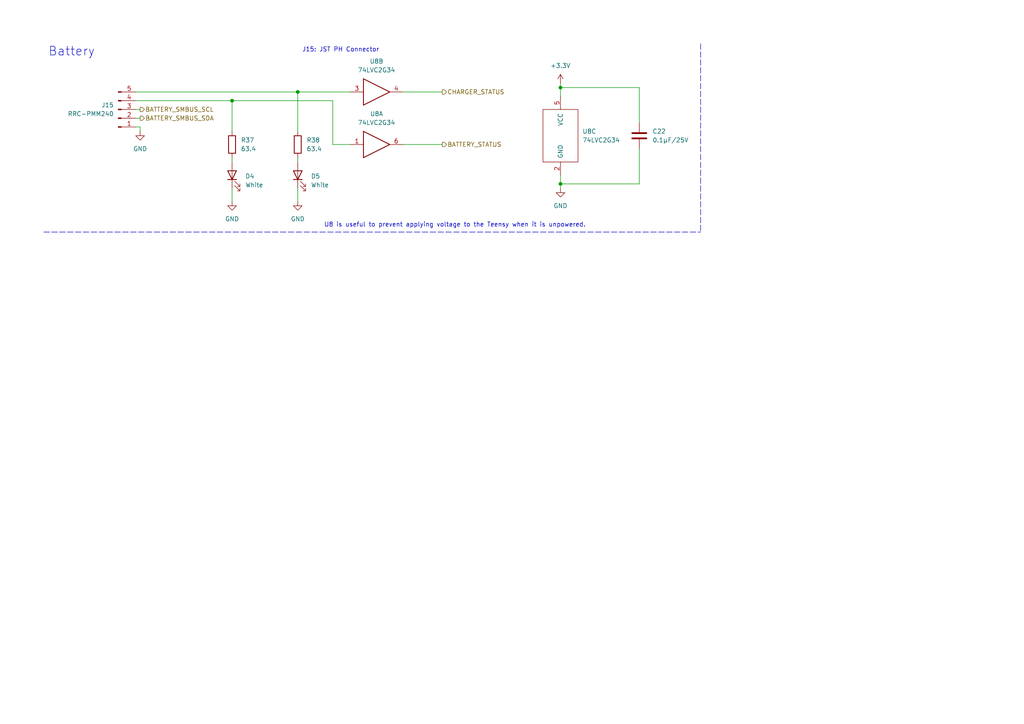
<source format=kicad_sch>
(kicad_sch (version 20211123) (generator eeschema)
  (paper "A4")
  (lib_symbols
    (symbol "Connector:Conn_01x05_Male" (pin_names (offset 1.016) hide)
      (property "Reference" "J" (at 0 7.62 0))
      (property "Value" "Conn_01x05_Male" (at 0 -7.62 0))
      (symbol "Conn_01x05_Male_1_1"
        (polyline (pts (xy 1.27 -5.08) (xy 0.8636 -5.08)) (stroke (width 0.1524)))
        (polyline (pts (xy 1.27 -2.54) (xy 0.8636 -2.54)) (stroke (width 0.1524)))
        (polyline (pts (xy 1.27 0) (xy 0.8636 0)) (stroke (width 0.1524)))
        (polyline (pts (xy 1.27 2.54) (xy 0.8636 2.54)) (stroke (width 0.1524)))
        (polyline (pts (xy 1.27 5.08) (xy 0.8636 5.08)) (stroke (width 0.1524)))
        (rectangle (start 0.8636 -4.953) (end 0 -5.207) (stroke (width 0.1524)) (fill (type outline)))
        (rectangle (start 0.8636 -2.413) (end 0 -2.667) (stroke (width 0.1524)) (fill (type outline)))
        (rectangle (start 0.8636 0.127) (end 0 -0.127) (stroke (width 0.1524)) (fill (type outline)))
        (rectangle (start 0.8636 2.667) (end 0 2.413) (stroke (width 0.1524)) (fill (type outline)))
        (rectangle (start 0.8636 5.207) (end 0 4.953) (stroke (width 0.1524)) (fill (type outline)))
        (pin passive line (at 5.08 5.08 180) (length 3.81) (name "Pin_1") (number "1"))
        (pin passive line (at 5.08 2.54 180) (length 3.81) (name "Pin_2") (number "2"))
        (pin passive line (at 5.08 0 180) (length 3.81) (name "Pin_3") (number "3"))
        (pin passive line (at 5.08 -2.54 180) (length 3.81) (name "Pin_4") (number "4"))
        (pin passive line (at 5.08 -5.08 180) (length 3.81) (name "Pin_5") (number "5"))
      )
    )
    (symbol "Device:C" (pin_numbers hide) (pin_names (offset 0.254))
      (property "Reference" "C" (at 0.635 2.54 0))
      (property "Value" "C" (at 0.635 -2.54 0))
      (symbol "C_0_1"
        (polyline (pts (xy -2.032 -0.762) (xy 2.032 -0.762)) (stroke (width 0.508)))
        (polyline (pts (xy -2.032 0.762) (xy 2.032 0.762)) (stroke (width 0.508)))
      )
      (symbol "C_1_1"
        (pin passive line (at 0 3.81 270) (length 2.794) (name "~") (number "1"))
        (pin passive line (at 0 -3.81 90) (length 2.794) (name "~") (number "2"))
      )
    )
    (symbol "Device:LED" (pin_numbers hide) (pin_names (offset 1.016) hide)
      (property "Reference" "D" (at 0 2.54 0))
      (property "Value" "LED" (at 0 -2.54 0))
      (symbol "LED_0_1"
        (polyline (pts (xy -1.27 -1.27) (xy -1.27 1.27)) (stroke (width 0.254)))
        (polyline (pts (xy -1.27 0) (xy 1.27 0)))
        (polyline (pts (xy 1.27 -1.27) (xy 1.27 1.27) (xy -1.27 0) (xy 1.27 -1.27)) (stroke (width 0.254)))
        (polyline (pts (xy -3.048 -0.762) (xy -4.572 -2.286) (xy -3.81 -2.286) (xy -4.572 -2.286) (xy -4.572 -1.524)))
        (polyline (pts (xy -1.778 -0.762) (xy -3.302 -2.286) (xy -2.54 -2.286) (xy -3.302 -2.286) (xy -3.302 -1.524)))
      )
      (symbol "LED_1_1"
        (pin passive line (at -3.81 0 0) (length 2.54) (name "K") (number "1"))
        (pin passive line (at 3.81 0 180) (length 2.54) (name "A") (number "2"))
      )
    )
    (symbol "Device:R" (pin_numbers hide) (pin_names (offset 0))
      (property "Reference" "R" (at 2.032 0 90))
      (property "Value" "R" (at 0 0 90))
      (symbol "R_0_1"
        (rectangle (start -1.016 -2.54) (end 1.016 2.54) (stroke (width 0.254)))
      )
      (symbol "R_1_1"
        (pin passive line (at 0 3.81 270) (length 1.27) (name "~") (number "1"))
        (pin passive line (at 0 -3.81 90) (length 1.27) (name "~") (number "2"))
      )
    )
    (symbol "power:+3.3V" (power) (pin_names (offset 0))
      (property "Value" "+3.3V" (at 0 3.556 0))
      (symbol "+3.3V_0_1"
        (polyline (pts (xy -0.762 1.27) (xy 0 2.54)))
        (polyline (pts (xy 0 0) (xy 0 2.54)))
        (polyline (pts (xy 0 2.54) (xy 0.762 1.27)))
      )
      (symbol "+3.3V_1_1"
        (pin power_in line (at 0 0 90) (length 0) hide (name "+3.3V") (number "1"))
      )
    )
    (symbol "power:GND" (power) (pin_names (offset 0))
      (property "Value" "GND" (at 0 -3.81 0))
      (symbol "GND_0_1"
        (polyline (pts (xy 0 0) (xy 0 -1.27) (xy 1.27 -1.27) (xy 0 -2.54) (xy -1.27 -1.27) (xy 0 -1.27)))
      )
      (symbol "GND_1_1"
        (pin power_in line (at 0 0 270) (length 0) hide (name "GND") (number "1"))
      )
    )
    (symbol "t-top:74LVC2G34" (pin_names (offset 1.016))
      (property "Reference" "U" (at 0 -3.81 0))
      (property "Value" "74LVC2G34" (at 0 -6.35 0))
      (symbol "74LVC2G34_1_0"
        (polyline (pts (xy -3.81 3.81) (xy -3.81 -3.81) (xy 3.81 0) (xy -3.81 3.81)) (stroke (width 0.254)))
        (pin input line (at -7.62 0 0) (length 3.81) (name "~") (number "1"))
        (pin output line (at 7.62 0 180) (length 3.81) (name "~") (number "6"))
      )
      (symbol "74LVC2G34_2_0"
        (polyline (pts (xy -3.81 3.81) (xy -3.81 -3.81) (xy 3.81 0) (xy -3.81 3.81)) (stroke (width 0.254)))
        (pin input line (at -7.62 0 0) (length 3.81) (name "~") (number "3"))
        (pin output line (at 7.62 0 180) (length 3.81) (name "~") (number "4"))
      )
      (symbol "74LVC2G34_3_0"
        (pin power_in line (at 0 -16.51 90) (length 3.81) (name "GND") (number "2"))
        (pin power_in line (at 0 6.35 270) (length 3.81) (name "VCC") (number "5"))
      )
      (symbol "74LVC2G34_3_1"
        (rectangle (start -5.08 2.54) (end 5.08 -12.7))
      )
    )
  )
  (junction (at 67.31 29.21))
  (junction (at 162.56 25.4))
  (junction (at 162.56 53.34))
  (junction (at 86.36 26.67))
  (wire (pts (xy 86.36 54.61) (xy 86.36 58.42)))
  (wire (pts (xy 162.56 53.34) (xy 162.56 54.61)))
  (wire (pts (xy 86.36 26.67) (xy 86.36 38.1)))
  (wire (pts (xy 162.56 25.4) (xy 162.56 27.94)))
  (wire (pts (xy 39.37 29.21) (xy 67.31 29.21)))
  (wire (pts (xy 162.56 25.4) (xy 185.42 25.4)))
  (wire (pts (xy 39.37 26.67) (xy 86.36 26.67)))
  (wire (pts (xy 67.31 45.72) (xy 67.31 46.99)))
  (wire (pts (xy 67.31 54.61) (xy 67.31 58.42)))
  (polyline (pts (xy 203.2 12.7) (xy 203.2 67.31)))
  (wire (pts (xy 185.42 53.34) (xy 185.42 43.18)))
  (wire (pts (xy 162.56 53.34) (xy 185.42 53.34)))
  (wire (pts (xy 96.52 41.91) (xy 101.6 41.91)))
  (polyline (pts (xy 12.7 67.31) (xy 203.2 67.31)))
  (wire (pts (xy 39.37 34.29) (xy 40.64 34.29)))
  (wire (pts (xy 162.56 50.8) (xy 162.56 53.34)))
  (wire (pts (xy 67.31 29.21) (xy 96.52 29.21)))
  (wire (pts (xy 39.37 31.75) (xy 40.64 31.75)))
  (wire (pts (xy 162.56 24.13) (xy 162.56 25.4)))
  (wire (pts (xy 39.37 36.83) (xy 40.64 36.83)))
  (wire (pts (xy 116.84 26.67) (xy 128.27 26.67)))
  (wire (pts (xy 96.52 29.21) (xy 96.52 41.91)))
  (wire (pts (xy 86.36 45.72) (xy 86.36 46.99)))
  (wire (pts (xy 86.36 26.67) (xy 101.6 26.67)))
  (wire (pts (xy 40.64 36.83) (xy 40.64 38.1)))
  (wire (pts (xy 67.31 29.21) (xy 67.31 38.1)))
  (wire (pts (xy 116.84 41.91) (xy 128.27 41.91)))
  (wire (pts (xy 185.42 35.56) (xy 185.42 25.4)))
  (text "Battery" (at 13.97 16.51 0) (effects (font (size 2.54 2.54)) (justify left bottom)))
  (text "U8 is useful to prevent applying voltage to the Teensy when it is unpowered." (at 93.98 66.04 0) (effects (font (size 1.27 1.27)) (justify left bottom)))
  (text "J15: JST PH Connector" (at 87.63 15.24 0) (effects (font (size 1.27 1.27)) (justify left bottom)))
  (hierarchical_label "BATTERY_STATUS" (shape output) (at 128.27 41.91 0))
  (hierarchical_label "BATTERY_SMBUS_SDA" (shape output) (at 40.64 34.29 0))
  (hierarchical_label "BATTERY_SMBUS_SCL" (shape output) (at 40.64 31.75 0))
  (hierarchical_label "CHARGER_STATUS" (shape output) (at 128.27 26.67 0))
  (symbol (lib_id "Device:R") (at 67.31 41.91 0) (unit 1)
    (property "Reference" "R37" (at 69.85 40.6399 0) (effects (justify left)))
    (property "Value" "63.4" (at 69.85 43.1799 0) (effects (justify left)))
    (property "Footprint" "Resistor_SMD:R_0805_2012Metric" (effects hide))
  )
  (symbol (lib_id "Device:C") (at 185.42 39.37 0) (unit 1)
    (property "Reference" "C22" (at 189.23 38.0999 0) (effects (justify left)))
    (property "Value" "0.1µF/25V" (at 189.23 40.6399 0) (effects (justify left)))
    (property "Footprint" "Capacitor_SMD:C_0805_2012Metric" (effects hide))
  )
  (symbol (lib_id "Device:R") (at 86.36 41.91 0) (unit 1)
    (property "Reference" "R38" (at 88.9 40.6399 0) (effects (justify left)))
    (property "Value" "63.4" (at 88.9 43.1799 0) (effects (justify left)))
    (property "Footprint" "Resistor_SMD:R_0805_2012Metric" (effects hide))
  )
  (symbol (lib_id "Device:LED") (at 67.31 50.8 90) (unit 1)
    (property "Reference" "D4" (at 71.12 51.1174 90) (effects (justify right)))
    (property "Value" "White" (at 71.12 53.6574 90) (effects (justify right)))
    (property "Footprint" "Connector_JST:JST_PH_B2B-PH-K_1x02_P2.00mm_Vertical" (effects hide))
  )
  (symbol (lib_id "t-top:74LVC2G34") (at 109.22 41.91 0) (unit 1)
    (property "Reference" "U8" (at 109.22 33.02 0))
    (property "Value" "74LVC2G34" (at 109.22 35.56 0))
    (property "Footprint" "Package_SO:TSOP-6_1.65x3.05mm_P0.95mm" (effects hide))
    (property "Datasheet" "https://assets.nexperia.com/documents/data-sheet/74LVC2G34.pdf" (effects hide))
  )
  (symbol (lib_id "Device:LED") (at 86.36 50.8 90) (unit 1)
    (property "Reference" "D5" (at 90.17 51.1174 90) (effects (justify right)))
    (property "Value" "White" (at 90.17 53.6574 90) (effects (justify right)))
    (property "Footprint" "Connector_JST:JST_PH_B2B-PH-K_1x02_P2.00mm_Vertical" (effects hide))
  )
  (symbol (lib_id "t-top:74LVC2G34") (at 109.22 26.67 0) (unit 2)
    (property "Reference" "U8" (at 109.22 17.78 0))
    (property "Value" "74LVC2G34" (at 109.22 20.32 0))
    (property "Footprint" "Package_SO:TSOP-6_1.65x3.05mm_P0.95mm" (effects hide))
    (property "Datasheet" "https://assets.nexperia.com/documents/data-sheet/74LVC2G34.pdf" (effects hide))
  )
  (symbol (lib_id "t-top:74LVC2G34") (at 162.56 34.29 0) (unit 3)
    (property "Reference" "U8" (at 168.91 38.0999 0) (effects (justify left)))
    (property "Value" "74LVC2G34" (at 168.91 40.6399 0) (effects (justify left)))
    (property "Footprint" "Package_SO:TSOP-6_1.65x3.05mm_P0.95mm" (effects hide))
    (property "Datasheet" "https://assets.nexperia.com/documents/data-sheet/74LVC2G34.pdf" (effects hide))
  )
  (symbol (lib_id "power:GND") (at 162.56 54.61 0) (unit 1)
    (property "Reference" "#PWR0188" (effects hide))
    (property "Value" "GND" (at 162.56 59.69 0))
  )
  (symbol (lib_id "power:GND") (at 40.64 38.1 0) (unit 1)
    (property "Reference" "#PWR0179" (effects hide))
    (property "Value" "GND" (at 40.64 43.18 0))
  )
  (symbol (lib_id "power:+3.3V") (at 162.56 24.13 0) (unit 1)
    (property "Reference" "#PWR0132" (effects hide))
    (property "Value" "+3.3V" (at 162.56 19.05 0))
  )
  (symbol (lib_id "Connector:Conn_01x05_Male") (at 34.29 31.75 0) (mirror x) (unit 1)
    (property "Reference" "J15" (at 33.02 30.4799 0) (effects (justify right)))
    (property "Value" "RRC-PMM240" (at 33.02 33.0199 0) (effects (justify right)))
    (property "Footprint" "Connector_JST:JST_PH_B5B-PH-K_1x05_P2.00mm_Vertical" (effects hide))
  )
  (symbol (lib_id "power:GND") (at 67.31 58.42 0) (unit 1)
    (property "Reference" "#PWR0177" (effects hide))
    (property "Value" "GND" (at 67.31 63.5 0))
  )
  (symbol (lib_id "power:GND") (at 86.36 58.42 0) (unit 1)
    (property "Reference" "#PWR0178" (effects hide))
    (property "Value" "GND" (at 86.36 63.5 0))
  )
)
</source>
